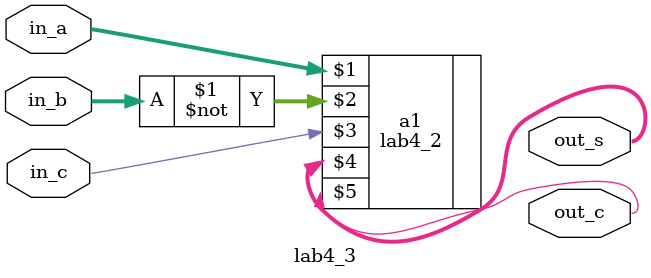
<source format=v>
/* CSED273 lab4 experiment 3 */
/* lab4_3.v */

/* Implement 5-Bit Ripple Subtractor
 * You must use lab4_2 module in lab4_2.v
 * You may use keword "assign" and bitwise opeartor
 * or just implement with gate-level modeling*/
module lab4_3(
    input [4:0] in_a,
    input [4:0] in_b,
    input in_c,
    output [4:0] out_s,
    output out_c
    );

    ////////////////////////
    wire [3:0] carry;
    
    lab4_2 a1(in_a, ~in_b, in_c, out_s, out_c);
    
    ////////////////////////

endmodule
</source>
